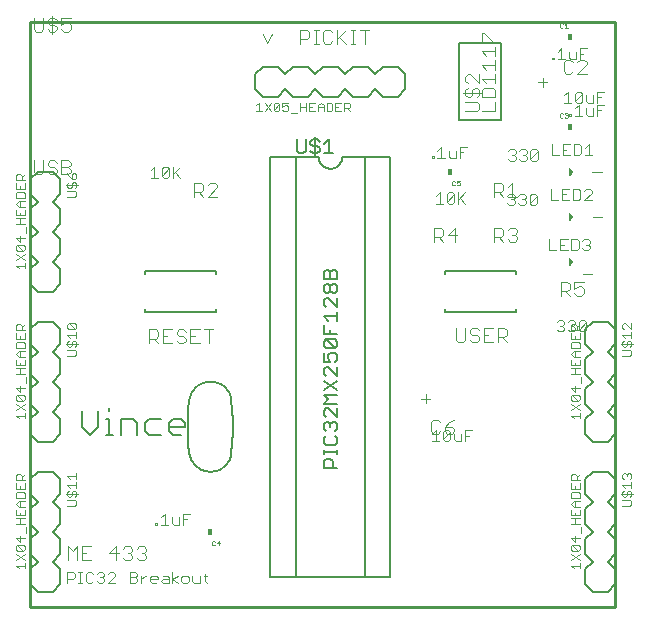
<source format=gto>
G75*
G70*
%OFA0B0*%
%FSLAX24Y24*%
%IPPOS*%
%LPD*%
%AMOC8*
5,1,8,0,0,1.08239X$1,22.5*
%
%ADD10C,0.0070*%
%ADD11C,0.0040*%
%ADD12C,0.0030*%
%ADD13C,0.0100*%
%ADD14C,0.0060*%
%ADD15C,0.0050*%
%ADD16C,0.0080*%
%ADD17R,0.0157X0.0236*%
%ADD18C,0.0010*%
D10*
X004655Y008397D02*
X004918Y008660D01*
X004918Y009187D01*
X005183Y008924D02*
X005315Y008924D01*
X005315Y008397D01*
X005183Y008397D02*
X005447Y008397D01*
X005711Y008397D02*
X005711Y008924D01*
X006106Y008924D01*
X006238Y008792D01*
X006238Y008397D01*
X006503Y008528D02*
X006503Y008792D01*
X006635Y008924D01*
X007030Y008924D01*
X007295Y008792D02*
X007426Y008924D01*
X007690Y008924D01*
X007822Y008792D01*
X007822Y008660D01*
X007295Y008660D01*
X007295Y008528D02*
X007295Y008792D01*
X007295Y008528D02*
X007426Y008397D01*
X007690Y008397D01*
X007030Y008397D02*
X006635Y008397D01*
X006503Y008528D01*
X005315Y009187D02*
X005315Y009319D01*
X004391Y009187D02*
X004391Y008660D01*
X004655Y008397D01*
D11*
X006630Y011464D02*
X006630Y011925D01*
X006860Y011925D01*
X006936Y011848D01*
X006936Y011695D01*
X006860Y011618D01*
X006630Y011618D01*
X006783Y011618D02*
X006936Y011464D01*
X007090Y011464D02*
X007090Y011925D01*
X007397Y011925D01*
X007550Y011848D02*
X007550Y011771D01*
X007627Y011695D01*
X007780Y011695D01*
X007857Y011618D01*
X007857Y011541D01*
X007780Y011464D01*
X007627Y011464D01*
X007550Y011541D01*
X007397Y011464D02*
X007090Y011464D01*
X007090Y011695D02*
X007243Y011695D01*
X007550Y011848D02*
X007627Y011925D01*
X007780Y011925D01*
X007857Y011848D01*
X008011Y011925D02*
X008011Y011464D01*
X008318Y011464D01*
X008164Y011695D02*
X008011Y011695D01*
X008011Y011925D02*
X008318Y011925D01*
X008471Y011925D02*
X008778Y011925D01*
X008624Y011925D02*
X008624Y011464D01*
X008591Y016351D02*
X008897Y016658D01*
X008897Y016735D01*
X008821Y016811D01*
X008667Y016811D01*
X008591Y016735D01*
X008437Y016735D02*
X008437Y016581D01*
X008360Y016504D01*
X008130Y016504D01*
X008130Y016351D02*
X008130Y016811D01*
X008360Y016811D01*
X008437Y016735D01*
X008284Y016504D02*
X008437Y016351D01*
X008591Y016351D02*
X008897Y016351D01*
X004019Y017173D02*
X003942Y017097D01*
X003712Y017097D01*
X003712Y017557D01*
X003942Y017557D01*
X004019Y017480D01*
X004019Y017404D01*
X003942Y017327D01*
X003712Y017327D01*
X003559Y017250D02*
X003559Y017173D01*
X003482Y017097D01*
X003329Y017097D01*
X003252Y017173D01*
X003098Y017173D02*
X003098Y017557D01*
X003252Y017480D02*
X003252Y017404D01*
X003329Y017327D01*
X003482Y017327D01*
X003559Y017250D01*
X003559Y017480D02*
X003482Y017557D01*
X003329Y017557D01*
X003252Y017480D01*
X003098Y017173D02*
X003022Y017097D01*
X002868Y017097D01*
X002791Y017173D01*
X002791Y017557D01*
X003942Y017327D02*
X004019Y017250D01*
X004019Y017173D01*
X003405Y021770D02*
X003405Y022384D01*
X003329Y022307D02*
X003482Y022307D01*
X003559Y022230D01*
X003712Y022307D02*
X003712Y022077D01*
X003866Y022154D01*
X003942Y022154D01*
X004019Y022077D01*
X004019Y021923D01*
X003942Y021847D01*
X003789Y021847D01*
X003712Y021923D01*
X003559Y021923D02*
X003559Y022000D01*
X003482Y022077D01*
X003329Y022077D01*
X003252Y022154D01*
X003252Y022230D01*
X003329Y022307D01*
X003098Y022307D02*
X003098Y021923D01*
X003022Y021847D01*
X002868Y021847D01*
X002791Y021923D01*
X002791Y022307D01*
X003252Y021923D02*
X003329Y021847D01*
X003482Y021847D01*
X003559Y021923D01*
X003712Y022307D02*
X004019Y022307D01*
X010428Y021772D02*
X010581Y021465D01*
X010735Y021772D01*
X011671Y021906D02*
X011671Y021445D01*
X011671Y021599D02*
X011901Y021599D01*
X011978Y021676D01*
X011978Y021829D01*
X011901Y021906D01*
X011671Y021906D01*
X012131Y021906D02*
X012285Y021906D01*
X012208Y021906D02*
X012208Y021445D01*
X012131Y021445D02*
X012285Y021445D01*
X012438Y021522D02*
X012515Y021445D01*
X012668Y021445D01*
X012745Y021522D01*
X012899Y021445D02*
X012899Y021906D01*
X012745Y021829D02*
X012668Y021906D01*
X012515Y021906D01*
X012438Y021829D01*
X012438Y021522D01*
X012899Y021599D02*
X013206Y021906D01*
X013359Y021906D02*
X013512Y021906D01*
X013436Y021906D02*
X013436Y021445D01*
X013512Y021445D02*
X013359Y021445D01*
X013206Y021445D02*
X012975Y021676D01*
X013666Y021906D02*
X013973Y021906D01*
X013819Y021906D02*
X013819Y021445D01*
X017104Y019815D02*
X017718Y019815D01*
X017721Y019891D02*
X017721Y019661D01*
X018181Y019661D01*
X018181Y019891D01*
X018104Y019968D01*
X017797Y019968D01*
X017721Y019891D01*
X017641Y019891D02*
X017641Y019738D01*
X017564Y019661D01*
X017564Y019508D02*
X017181Y019508D01*
X017257Y019661D02*
X017181Y019738D01*
X017181Y019891D01*
X017257Y019968D01*
X017257Y020122D02*
X017181Y020198D01*
X017181Y020352D01*
X017257Y020429D01*
X017334Y020429D01*
X017641Y020122D01*
X017641Y020429D01*
X017721Y020275D02*
X018181Y020275D01*
X018181Y020122D02*
X018181Y020429D01*
X018181Y020582D02*
X018181Y020889D01*
X018181Y021042D02*
X018181Y021349D01*
X018181Y021196D02*
X017721Y021196D01*
X017874Y021042D01*
X017721Y020735D02*
X018181Y020735D01*
X017874Y020582D02*
X017721Y020735D01*
X017721Y020275D02*
X017874Y020122D01*
X017641Y019891D02*
X017564Y019968D01*
X017488Y019968D01*
X017411Y019891D01*
X017411Y019738D01*
X017334Y019661D01*
X017257Y019661D01*
X017564Y019508D02*
X017641Y019431D01*
X017641Y019278D01*
X017564Y019201D01*
X017181Y019201D01*
X017721Y019201D02*
X018181Y019201D01*
X018181Y019508D01*
X019596Y020164D02*
X019903Y020164D01*
X019750Y020317D02*
X019750Y020011D01*
X020451Y020528D02*
X020528Y020451D01*
X020681Y020451D01*
X020758Y020528D01*
X020911Y020451D02*
X021218Y020758D01*
X021218Y020835D01*
X021141Y020911D01*
X020988Y020911D01*
X020911Y020835D01*
X020758Y020835D02*
X020681Y020911D01*
X020528Y020911D01*
X020451Y020835D01*
X020451Y020528D01*
X020911Y020451D02*
X021218Y020451D01*
X018181Y021503D02*
X018104Y021503D01*
X017797Y021810D01*
X017721Y021810D01*
X017721Y021503D01*
X021413Y017183D02*
X021720Y017183D01*
X021727Y015671D02*
X021420Y015671D01*
X021404Y013778D02*
X021097Y013778D01*
X021118Y013511D02*
X020811Y013511D01*
X020811Y013281D01*
X020965Y013358D01*
X021041Y013358D01*
X021118Y013281D01*
X021118Y013128D01*
X021041Y013051D01*
X020888Y013051D01*
X020811Y013128D01*
X020658Y013051D02*
X020504Y013204D01*
X020581Y013204D02*
X020351Y013204D01*
X020351Y013051D02*
X020351Y013511D01*
X020581Y013511D01*
X020658Y013435D01*
X020658Y013281D01*
X020581Y013204D01*
X018897Y014928D02*
X018821Y014851D01*
X018667Y014851D01*
X018591Y014928D01*
X018437Y014851D02*
X018284Y015004D01*
X018360Y015004D02*
X018130Y015004D01*
X018130Y014851D02*
X018130Y015311D01*
X018360Y015311D01*
X018437Y015235D01*
X018437Y015081D01*
X018360Y015004D01*
X018591Y015235D02*
X018667Y015311D01*
X018821Y015311D01*
X018897Y015235D01*
X018897Y015158D01*
X018821Y015081D01*
X018897Y015004D01*
X018897Y014928D01*
X018821Y015081D02*
X018744Y015081D01*
X018744Y016351D02*
X018744Y016811D01*
X018591Y016658D01*
X018437Y016735D02*
X018437Y016581D01*
X018360Y016504D01*
X018130Y016504D01*
X018130Y016351D02*
X018130Y016811D01*
X018360Y016811D01*
X018437Y016735D01*
X018284Y016504D02*
X018437Y016351D01*
X018591Y016351D02*
X018897Y016351D01*
X016821Y015311D02*
X016821Y014851D01*
X016897Y015081D02*
X016591Y015081D01*
X016821Y015311D01*
X016437Y015235D02*
X016437Y015081D01*
X016360Y015004D01*
X016130Y015004D01*
X016130Y014851D02*
X016130Y015311D01*
X016360Y015311D01*
X016437Y015235D01*
X016284Y015004D02*
X016437Y014851D01*
X016870Y011968D02*
X016870Y011584D01*
X016947Y011508D01*
X017100Y011508D01*
X017177Y011584D01*
X017177Y011968D01*
X017330Y011891D02*
X017330Y011814D01*
X017407Y011738D01*
X017560Y011738D01*
X017637Y011661D01*
X017637Y011584D01*
X017560Y011508D01*
X017407Y011508D01*
X017330Y011584D01*
X017330Y011891D02*
X017407Y011968D01*
X017560Y011968D01*
X017637Y011891D01*
X017791Y011968D02*
X017791Y011508D01*
X018097Y011508D01*
X018251Y011508D02*
X018251Y011968D01*
X018481Y011968D01*
X018558Y011891D01*
X018558Y011738D01*
X018481Y011661D01*
X018251Y011661D01*
X018404Y011661D02*
X018558Y011508D01*
X018097Y011968D02*
X017791Y011968D01*
X017791Y011738D02*
X017944Y011738D01*
X015862Y009772D02*
X015862Y009465D01*
X015709Y009619D02*
X016016Y009619D01*
X016107Y008911D02*
X016030Y008835D01*
X016030Y008528D01*
X016107Y008451D01*
X016260Y008451D01*
X016337Y008528D01*
X016491Y008528D02*
X016491Y008681D01*
X016721Y008681D01*
X016797Y008604D01*
X016797Y008528D01*
X016721Y008451D01*
X016567Y008451D01*
X016491Y008528D01*
X016491Y008681D02*
X016644Y008835D01*
X016797Y008911D01*
X016337Y008835D02*
X016260Y008911D01*
X016107Y008911D01*
X006540Y004613D02*
X006540Y004536D01*
X006463Y004459D01*
X006540Y004383D01*
X006540Y004306D01*
X006463Y004229D01*
X006309Y004229D01*
X006233Y004306D01*
X006079Y004306D02*
X006003Y004229D01*
X005849Y004229D01*
X005772Y004306D01*
X005619Y004459D02*
X005312Y004459D01*
X005542Y004690D01*
X005542Y004229D01*
X005926Y004459D02*
X006003Y004459D01*
X006079Y004383D01*
X006079Y004306D01*
X006003Y004459D02*
X006079Y004536D01*
X006079Y004613D01*
X006003Y004690D01*
X005849Y004690D01*
X005772Y004613D01*
X006233Y004613D02*
X006309Y004690D01*
X006463Y004690D01*
X006540Y004613D01*
X006463Y004459D02*
X006386Y004459D01*
X004698Y004229D02*
X004391Y004229D01*
X004391Y004690D01*
X004698Y004690D01*
X004545Y004459D02*
X004391Y004459D01*
X004238Y004229D02*
X004238Y004690D01*
X004084Y004536D01*
X003931Y004690D01*
X003931Y004229D01*
D12*
X003908Y003839D02*
X004094Y003839D01*
X004155Y003777D01*
X004155Y003654D01*
X004094Y003592D01*
X003908Y003592D01*
X003908Y003469D02*
X003908Y003839D01*
X004277Y003839D02*
X004400Y003839D01*
X004338Y003839D02*
X004338Y003469D01*
X004277Y003469D02*
X004400Y003469D01*
X004522Y003531D02*
X004522Y003777D01*
X004584Y003839D01*
X004707Y003839D01*
X004769Y003777D01*
X004890Y003777D02*
X004952Y003839D01*
X005076Y003839D01*
X005137Y003777D01*
X005137Y003716D01*
X005076Y003654D01*
X005137Y003592D01*
X005137Y003531D01*
X005076Y003469D01*
X004952Y003469D01*
X004890Y003531D01*
X004769Y003531D02*
X004707Y003469D01*
X004584Y003469D01*
X004522Y003531D01*
X005014Y003654D02*
X005076Y003654D01*
X005259Y003777D02*
X005320Y003839D01*
X005444Y003839D01*
X005506Y003777D01*
X005506Y003716D01*
X005259Y003469D01*
X005506Y003469D01*
X005995Y003469D02*
X005995Y003839D01*
X006181Y003839D01*
X006242Y003777D01*
X006242Y003716D01*
X006181Y003654D01*
X005995Y003654D01*
X005995Y003469D02*
X006181Y003469D01*
X006242Y003531D01*
X006242Y003592D01*
X006181Y003654D01*
X006364Y003716D02*
X006364Y003469D01*
X006364Y003592D02*
X006487Y003716D01*
X006549Y003716D01*
X006671Y003654D02*
X006732Y003716D01*
X006856Y003716D01*
X006917Y003654D01*
X006917Y003592D01*
X006671Y003592D01*
X006671Y003531D02*
X006671Y003654D01*
X006671Y003531D02*
X006732Y003469D01*
X006856Y003469D01*
X007039Y003531D02*
X007101Y003592D01*
X007286Y003592D01*
X007286Y003654D02*
X007286Y003469D01*
X007101Y003469D01*
X007039Y003531D01*
X007101Y003716D02*
X007224Y003716D01*
X007286Y003654D01*
X007407Y003592D02*
X007592Y003716D01*
X007714Y003654D02*
X007714Y003531D01*
X007776Y003469D01*
X007899Y003469D01*
X007961Y003531D01*
X007961Y003654D01*
X007899Y003716D01*
X007776Y003716D01*
X007714Y003654D01*
X007592Y003469D02*
X007407Y003592D01*
X007407Y003469D02*
X007407Y003839D01*
X008082Y003716D02*
X008082Y003531D01*
X008144Y003469D01*
X008329Y003469D01*
X008329Y003716D01*
X008451Y003716D02*
X008574Y003716D01*
X008512Y003777D02*
X008512Y003531D01*
X008574Y003469D01*
X007765Y005409D02*
X007765Y005779D01*
X008012Y005779D01*
X007888Y005594D02*
X007765Y005594D01*
X007644Y005655D02*
X007644Y005409D01*
X007458Y005409D01*
X007397Y005470D01*
X007397Y005655D01*
X007152Y005779D02*
X007152Y005409D01*
X007275Y005409D02*
X007028Y005409D01*
X006906Y005409D02*
X006844Y005409D01*
X006844Y005470D01*
X006906Y005470D01*
X006906Y005409D01*
X007028Y005655D02*
X007152Y005779D01*
X004254Y006439D02*
X003867Y006439D01*
X003916Y006487D02*
X003916Y006390D01*
X003964Y006342D01*
X004012Y006342D01*
X004061Y006390D01*
X004061Y006487D01*
X004109Y006535D01*
X004158Y006535D01*
X004206Y006487D01*
X004206Y006390D01*
X004158Y006342D01*
X004158Y006241D02*
X003916Y006241D01*
X003916Y006047D02*
X004158Y006047D01*
X004206Y006096D01*
X004206Y006192D01*
X004158Y006241D01*
X003916Y006487D02*
X003964Y006535D01*
X004012Y006637D02*
X003916Y006733D01*
X004206Y006733D01*
X004206Y006637D02*
X004206Y006830D01*
X004206Y006931D02*
X004206Y007125D01*
X004206Y007028D02*
X003916Y007028D01*
X004012Y006931D01*
X002486Y006901D02*
X002196Y006901D01*
X002196Y007046D01*
X002244Y007095D01*
X002341Y007095D01*
X002389Y007046D01*
X002389Y006901D01*
X002389Y006998D02*
X002486Y007095D01*
X002486Y006800D02*
X002486Y006607D01*
X002196Y006607D01*
X002196Y006800D01*
X002341Y006703D02*
X002341Y006607D01*
X002438Y006505D02*
X002244Y006505D01*
X002196Y006457D01*
X002196Y006312D01*
X002486Y006312D01*
X002486Y006457D01*
X002438Y006505D01*
X002486Y006211D02*
X002292Y006211D01*
X002196Y006114D01*
X002292Y006017D01*
X002486Y006017D01*
X002486Y005916D02*
X002486Y005723D01*
X002196Y005723D01*
X002196Y005916D01*
X002341Y005819D02*
X002341Y005723D01*
X002341Y005621D02*
X002341Y005428D01*
X002486Y005428D02*
X002196Y005428D01*
X002196Y005621D02*
X002486Y005621D01*
X002534Y005327D02*
X002534Y005133D01*
X002486Y004984D02*
X002196Y004984D01*
X002341Y004839D01*
X002341Y005032D01*
X002438Y004738D02*
X002486Y004689D01*
X002486Y004592D01*
X002438Y004544D01*
X002244Y004738D01*
X002438Y004738D01*
X002244Y004738D02*
X002196Y004689D01*
X002196Y004592D01*
X002244Y004544D01*
X002438Y004544D01*
X002486Y004443D02*
X002196Y004249D01*
X002196Y004443D02*
X002486Y004249D01*
X002486Y004148D02*
X002486Y003955D01*
X002486Y004052D02*
X002196Y004052D01*
X002292Y003955D01*
X002341Y006017D02*
X002341Y006211D01*
X002292Y008955D02*
X002196Y009052D01*
X002486Y009052D01*
X002486Y009148D02*
X002486Y008955D01*
X002486Y009249D02*
X002196Y009443D01*
X002244Y009544D02*
X002196Y009592D01*
X002196Y009689D01*
X002244Y009738D01*
X002438Y009544D01*
X002486Y009592D01*
X002486Y009689D01*
X002438Y009738D01*
X002244Y009738D01*
X002341Y009839D02*
X002196Y009984D01*
X002486Y009984D01*
X002341Y010032D02*
X002341Y009839D01*
X002534Y010133D02*
X002534Y010327D01*
X002486Y010428D02*
X002196Y010428D01*
X002341Y010428D02*
X002341Y010621D01*
X002341Y010723D02*
X002341Y010819D01*
X002486Y010723D02*
X002486Y010916D01*
X002486Y011017D02*
X002292Y011017D01*
X002196Y011114D01*
X002292Y011211D01*
X002486Y011211D01*
X002486Y011312D02*
X002196Y011312D01*
X002196Y011457D01*
X002244Y011505D01*
X002438Y011505D01*
X002486Y011457D01*
X002486Y011312D01*
X002341Y011211D02*
X002341Y011017D01*
X002196Y010916D02*
X002196Y010723D01*
X002486Y010723D01*
X002486Y010621D02*
X002196Y010621D01*
X002196Y011607D02*
X002486Y011607D01*
X002486Y011800D01*
X002486Y011901D02*
X002196Y011901D01*
X002196Y012046D01*
X002244Y012095D01*
X002341Y012095D01*
X002389Y012046D01*
X002389Y011901D01*
X002389Y011998D02*
X002486Y012095D01*
X002196Y011800D02*
X002196Y011607D01*
X002341Y011607D02*
X002341Y011703D01*
X003867Y011439D02*
X004254Y011439D01*
X004206Y011487D02*
X004158Y011535D01*
X004109Y011535D01*
X004061Y011487D01*
X004061Y011390D01*
X004012Y011342D01*
X003964Y011342D01*
X003916Y011390D01*
X003916Y011487D01*
X003964Y011535D01*
X004012Y011637D02*
X003916Y011733D01*
X004206Y011733D01*
X004206Y011637D02*
X004206Y011830D01*
X004158Y011931D02*
X003964Y012125D01*
X004158Y012125D01*
X004206Y012076D01*
X004206Y011980D01*
X004158Y011931D01*
X003964Y011931D01*
X003916Y011980D01*
X003916Y012076D01*
X003964Y012125D01*
X004206Y011487D02*
X004206Y011390D01*
X004158Y011342D01*
X004158Y011241D02*
X003916Y011241D01*
X003916Y011047D02*
X004158Y011047D01*
X004206Y011096D01*
X004206Y011192D01*
X004158Y011241D01*
X002438Y009544D02*
X002244Y009544D01*
X002486Y009443D02*
X002196Y009249D01*
X002292Y013955D02*
X002196Y014052D01*
X002486Y014052D01*
X002486Y014148D02*
X002486Y013955D01*
X002486Y014249D02*
X002196Y014443D01*
X002244Y014544D02*
X002196Y014592D01*
X002196Y014689D01*
X002244Y014738D01*
X002438Y014544D01*
X002486Y014592D01*
X002486Y014689D01*
X002438Y014738D01*
X002244Y014738D01*
X002341Y014839D02*
X002196Y014984D01*
X002486Y014984D01*
X002341Y015032D02*
X002341Y014839D01*
X002534Y015133D02*
X002534Y015327D01*
X002486Y015428D02*
X002196Y015428D01*
X002341Y015428D02*
X002341Y015621D01*
X002341Y015723D02*
X002341Y015819D01*
X002486Y015723D02*
X002486Y015916D01*
X002486Y016017D02*
X002292Y016017D01*
X002196Y016114D01*
X002292Y016211D01*
X002486Y016211D01*
X002486Y016312D02*
X002196Y016312D01*
X002196Y016457D01*
X002244Y016505D01*
X002438Y016505D01*
X002486Y016457D01*
X002486Y016312D01*
X002341Y016211D02*
X002341Y016017D01*
X002196Y015916D02*
X002196Y015723D01*
X002486Y015723D01*
X002486Y015621D02*
X002196Y015621D01*
X002196Y016607D02*
X002486Y016607D01*
X002486Y016800D01*
X002486Y016901D02*
X002196Y016901D01*
X002196Y017046D01*
X002244Y017095D01*
X002341Y017095D01*
X002389Y017046D01*
X002389Y016901D01*
X002389Y016998D02*
X002486Y017095D01*
X002196Y016800D02*
X002196Y016607D01*
X002341Y016607D02*
X002341Y016703D01*
X003867Y016733D02*
X004254Y016733D01*
X004206Y016685D02*
X004206Y016782D01*
X004158Y016830D01*
X004109Y016830D01*
X004061Y016782D01*
X004061Y016685D01*
X004012Y016637D01*
X003964Y016637D01*
X003916Y016685D01*
X003916Y016782D01*
X003964Y016830D01*
X004061Y016931D02*
X003964Y017028D01*
X003916Y017125D01*
X004061Y017076D02*
X004061Y016931D01*
X004158Y016931D01*
X004206Y016980D01*
X004206Y017076D01*
X004158Y017125D01*
X004109Y017125D01*
X004061Y017076D01*
X004206Y016685D02*
X004158Y016637D01*
X004158Y016535D02*
X003916Y016535D01*
X003916Y016342D02*
X004158Y016342D01*
X004206Y016390D01*
X004206Y016487D01*
X004158Y016535D01*
X002438Y014544D02*
X002244Y014544D01*
X002486Y014443D02*
X002196Y014249D01*
X006690Y016979D02*
X006937Y016979D01*
X006813Y016979D02*
X006813Y017349D01*
X006690Y017226D01*
X007058Y017287D02*
X007058Y017041D01*
X007305Y017287D01*
X007305Y017041D01*
X007243Y016979D01*
X007120Y016979D01*
X007058Y017041D01*
X007058Y017287D02*
X007120Y017349D01*
X007243Y017349D01*
X007305Y017287D01*
X007426Y017349D02*
X007426Y016979D01*
X007426Y017102D02*
X007673Y017349D01*
X007488Y017164D02*
X007673Y016979D01*
X010196Y019196D02*
X010389Y019196D01*
X010293Y019196D02*
X010293Y019486D01*
X010196Y019389D01*
X010491Y019486D02*
X010684Y019196D01*
X010785Y019244D02*
X010785Y019438D01*
X010834Y019486D01*
X010930Y019486D01*
X010979Y019438D01*
X010785Y019244D01*
X010834Y019196D01*
X010930Y019196D01*
X010979Y019244D01*
X010979Y019438D01*
X011080Y019486D02*
X011080Y019341D01*
X011177Y019389D01*
X011225Y019389D01*
X011273Y019341D01*
X011273Y019244D01*
X011225Y019196D01*
X011128Y019196D01*
X011080Y019244D01*
X011080Y019486D02*
X011273Y019486D01*
X011375Y019148D02*
X011568Y019148D01*
X011669Y019196D02*
X011669Y019486D01*
X011669Y019341D02*
X011863Y019341D01*
X011964Y019341D02*
X012061Y019341D01*
X012157Y019196D02*
X011964Y019196D01*
X011964Y019486D01*
X012157Y019486D01*
X012258Y019389D02*
X012258Y019196D01*
X012258Y019341D02*
X012452Y019341D01*
X012452Y019389D02*
X012452Y019196D01*
X012553Y019196D02*
X012698Y019196D01*
X012747Y019244D01*
X012747Y019438D01*
X012698Y019486D01*
X012553Y019486D01*
X012553Y019196D01*
X012452Y019389D02*
X012355Y019486D01*
X012258Y019389D01*
X011863Y019486D02*
X011863Y019196D01*
X012848Y019196D02*
X013041Y019196D01*
X013142Y019196D02*
X013142Y019486D01*
X013288Y019486D01*
X013336Y019438D01*
X013336Y019341D01*
X013288Y019293D01*
X013142Y019293D01*
X013239Y019293D02*
X013336Y019196D01*
X013041Y019486D02*
X012848Y019486D01*
X012848Y019196D01*
X012848Y019341D02*
X012944Y019341D01*
X010684Y019486D02*
X010491Y019196D01*
X016065Y017696D02*
X016065Y017634D01*
X016127Y017634D01*
X016127Y017696D01*
X016065Y017696D01*
X016249Y017634D02*
X016496Y017634D01*
X016373Y017634D02*
X016373Y018005D01*
X016249Y017881D01*
X016618Y017881D02*
X016618Y017696D01*
X016679Y017634D01*
X016865Y017634D01*
X016865Y017881D01*
X016986Y017820D02*
X017109Y017820D01*
X016986Y017634D02*
X016986Y018005D01*
X017233Y018005D01*
X018604Y017862D02*
X018665Y017924D01*
X018789Y017924D01*
X018850Y017862D01*
X018850Y017800D01*
X018789Y017738D01*
X018850Y017677D01*
X018850Y017615D01*
X018789Y017553D01*
X018665Y017553D01*
X018604Y017615D01*
X018727Y017738D02*
X018789Y017738D01*
X018972Y017615D02*
X019034Y017553D01*
X019157Y017553D01*
X019219Y017615D01*
X019219Y017677D01*
X019157Y017738D01*
X019095Y017738D01*
X019157Y017738D02*
X019219Y017800D01*
X019219Y017862D01*
X019157Y017924D01*
X019034Y017924D01*
X018972Y017862D01*
X019340Y017862D02*
X019340Y017615D01*
X019587Y017862D01*
X019587Y017615D01*
X019525Y017553D01*
X019402Y017553D01*
X019340Y017615D01*
X019340Y017862D02*
X019402Y017924D01*
X019525Y017924D01*
X019587Y017862D01*
X020055Y017734D02*
X020302Y017734D01*
X020423Y017734D02*
X020423Y018104D01*
X020670Y018104D01*
X020791Y018104D02*
X020977Y018104D01*
X021038Y018042D01*
X021038Y017796D01*
X020977Y017734D01*
X020791Y017734D01*
X020791Y018104D01*
X020547Y017919D02*
X020423Y017919D01*
X020423Y017734D02*
X020670Y017734D01*
X021160Y017734D02*
X021407Y017734D01*
X021283Y017734D02*
X021283Y018104D01*
X021160Y017981D01*
X021077Y019046D02*
X020830Y019046D01*
X020708Y019046D02*
X020646Y019046D01*
X020646Y019107D01*
X020708Y019107D01*
X020708Y019046D01*
X020954Y019046D02*
X020954Y019416D01*
X020830Y019293D01*
X020894Y019475D02*
X020832Y019537D01*
X021079Y019783D01*
X021079Y019537D01*
X021018Y019475D01*
X020894Y019475D01*
X020832Y019537D02*
X020832Y019783D01*
X020894Y019845D01*
X021018Y019845D01*
X021079Y019783D01*
X021201Y019722D02*
X021201Y019537D01*
X021262Y019475D01*
X021448Y019475D01*
X021448Y019722D01*
X021569Y019660D02*
X021692Y019660D01*
X021569Y019475D02*
X021569Y019845D01*
X021816Y019845D01*
X021814Y019416D02*
X021567Y019416D01*
X021567Y019046D01*
X021446Y019046D02*
X021446Y019293D01*
X021567Y019231D02*
X021690Y019231D01*
X021446Y019046D02*
X021260Y019046D01*
X021199Y019107D01*
X021199Y019293D01*
X020711Y019475D02*
X020464Y019475D01*
X020588Y019475D02*
X020588Y019845D01*
X020464Y019722D01*
X020500Y020923D02*
X020253Y020923D01*
X020131Y020923D02*
X020069Y020923D01*
X020069Y020984D01*
X020131Y020984D01*
X020131Y020923D01*
X020376Y020923D02*
X020376Y021293D01*
X020253Y021170D01*
X020621Y021170D02*
X020621Y020984D01*
X020683Y020923D01*
X020868Y020923D01*
X020868Y021170D01*
X020990Y021108D02*
X021113Y021108D01*
X020990Y020923D02*
X020990Y021293D01*
X021236Y021293D01*
X020055Y018104D02*
X020055Y017734D01*
X020033Y016605D02*
X020033Y016234D01*
X020280Y016234D01*
X020401Y016234D02*
X020401Y016605D01*
X020648Y016605D01*
X020769Y016605D02*
X020955Y016605D01*
X021016Y016543D01*
X021016Y016296D01*
X020955Y016234D01*
X020769Y016234D01*
X020769Y016605D01*
X020524Y016420D02*
X020401Y016420D01*
X020401Y016234D02*
X020648Y016234D01*
X021138Y016234D02*
X021385Y016481D01*
X021385Y016543D01*
X021323Y016605D01*
X021199Y016605D01*
X021138Y016543D01*
X021138Y016234D02*
X021385Y016234D01*
X021258Y014935D02*
X021320Y014873D01*
X021320Y014811D01*
X021258Y014750D01*
X021320Y014688D01*
X021320Y014626D01*
X021258Y014564D01*
X021134Y014564D01*
X021073Y014626D01*
X020951Y014626D02*
X020951Y014873D01*
X020890Y014935D01*
X020704Y014935D01*
X020704Y014564D01*
X020890Y014564D01*
X020951Y014626D01*
X021196Y014750D02*
X021258Y014750D01*
X021258Y014935D02*
X021134Y014935D01*
X021073Y014873D01*
X020583Y014935D02*
X020336Y014935D01*
X020336Y014564D01*
X020583Y014564D01*
X020459Y014750D02*
X020336Y014750D01*
X020215Y014564D02*
X019968Y014564D01*
X019968Y014935D01*
X019502Y016072D02*
X019378Y016072D01*
X019317Y016134D01*
X019564Y016381D01*
X019564Y016134D01*
X019502Y016072D01*
X019317Y016134D02*
X019317Y016381D01*
X019378Y016443D01*
X019502Y016443D01*
X019564Y016381D01*
X019195Y016381D02*
X019195Y016319D01*
X019134Y016257D01*
X019195Y016196D01*
X019195Y016134D01*
X019134Y016072D01*
X019010Y016072D01*
X018948Y016134D01*
X018827Y016134D02*
X018765Y016072D01*
X018642Y016072D01*
X018580Y016134D01*
X018704Y016257D02*
X018765Y016257D01*
X018827Y016196D01*
X018827Y016134D01*
X018765Y016257D02*
X018827Y016319D01*
X018827Y016381D01*
X018765Y016443D01*
X018642Y016443D01*
X018580Y016381D01*
X018948Y016381D02*
X019010Y016443D01*
X019134Y016443D01*
X019195Y016381D01*
X019134Y016257D02*
X019072Y016257D01*
X017179Y016118D02*
X016994Y016303D01*
X016933Y016242D02*
X017179Y016488D01*
X016933Y016488D02*
X016933Y016118D01*
X016811Y016180D02*
X016811Y016427D01*
X016564Y016180D01*
X016626Y016118D01*
X016749Y016118D01*
X016811Y016180D01*
X016564Y016180D02*
X016564Y016427D01*
X016626Y016488D01*
X016749Y016488D01*
X016811Y016427D01*
X016443Y016118D02*
X016196Y016118D01*
X016319Y016118D02*
X016319Y016488D01*
X016196Y016365D01*
X020285Y012227D02*
X020409Y012227D01*
X020470Y012166D01*
X020470Y012104D01*
X020409Y012042D01*
X020470Y011980D01*
X020470Y011919D01*
X020409Y011857D01*
X020285Y011857D01*
X020224Y011919D01*
X020347Y012042D02*
X020409Y012042D01*
X020592Y011919D02*
X020654Y011857D01*
X020777Y011857D01*
X020839Y011919D01*
X020839Y011980D01*
X020777Y012042D01*
X020715Y012042D01*
X020696Y012046D02*
X020744Y012095D01*
X020841Y012095D01*
X020889Y012046D01*
X020889Y011901D01*
X020960Y011919D02*
X021207Y012166D01*
X021207Y011919D01*
X021145Y011857D01*
X021022Y011857D01*
X020960Y011919D01*
X020960Y012166D01*
X021022Y012227D01*
X021145Y012227D01*
X021207Y012166D01*
X020986Y012095D02*
X020889Y011998D01*
X020839Y012104D02*
X020777Y012042D01*
X020696Y012046D02*
X020696Y011901D01*
X020986Y011901D01*
X020986Y011800D02*
X020986Y011607D01*
X020696Y011607D01*
X020696Y011800D01*
X020841Y011703D02*
X020841Y011607D01*
X020938Y011505D02*
X020744Y011505D01*
X020696Y011457D01*
X020696Y011312D01*
X020986Y011312D01*
X020986Y011457D01*
X020938Y011505D01*
X020986Y011211D02*
X020792Y011211D01*
X020696Y011114D01*
X020792Y011017D01*
X020986Y011017D01*
X020986Y010916D02*
X020986Y010723D01*
X020696Y010723D01*
X020696Y010916D01*
X020841Y010819D02*
X020841Y010723D01*
X020841Y010621D02*
X020841Y010428D01*
X020986Y010428D02*
X020696Y010428D01*
X020696Y010621D02*
X020986Y010621D01*
X021034Y010327D02*
X021034Y010133D01*
X020986Y009984D02*
X020696Y009984D01*
X020841Y009839D01*
X020841Y010032D01*
X020744Y009738D02*
X020938Y009738D01*
X020986Y009689D01*
X020986Y009592D01*
X020938Y009544D01*
X020744Y009738D01*
X020696Y009689D01*
X020696Y009592D01*
X020744Y009544D01*
X020938Y009544D01*
X020986Y009443D02*
X020696Y009249D01*
X020696Y009443D02*
X020986Y009249D01*
X020986Y009148D02*
X020986Y008955D01*
X020986Y009052D02*
X020696Y009052D01*
X020792Y008955D01*
X020744Y007095D02*
X020841Y007095D01*
X020889Y007046D01*
X020889Y006901D01*
X020986Y006901D02*
X020696Y006901D01*
X020696Y007046D01*
X020744Y007095D01*
X020889Y006998D02*
X020986Y007095D01*
X020986Y006800D02*
X020986Y006607D01*
X020696Y006607D01*
X020696Y006800D01*
X020841Y006703D02*
X020841Y006607D01*
X020938Y006505D02*
X020744Y006505D01*
X020696Y006457D01*
X020696Y006312D01*
X020986Y006312D01*
X020986Y006457D01*
X020938Y006505D01*
X020986Y006211D02*
X020792Y006211D01*
X020696Y006114D01*
X020792Y006017D01*
X020986Y006017D01*
X020986Y005916D02*
X020986Y005723D01*
X020696Y005723D01*
X020696Y005916D01*
X020841Y005819D02*
X020841Y005723D01*
X020841Y005621D02*
X020841Y005428D01*
X020986Y005428D02*
X020696Y005428D01*
X020696Y005621D02*
X020986Y005621D01*
X021034Y005327D02*
X021034Y005133D01*
X020986Y004984D02*
X020696Y004984D01*
X020841Y004839D01*
X020841Y005032D01*
X020744Y004738D02*
X020938Y004738D01*
X020986Y004689D01*
X020986Y004592D01*
X020938Y004544D01*
X020744Y004738D01*
X020696Y004689D01*
X020696Y004592D01*
X020744Y004544D01*
X020938Y004544D01*
X020986Y004443D02*
X020696Y004249D01*
X020696Y004443D02*
X020986Y004249D01*
X020986Y004148D02*
X020986Y003955D01*
X020986Y004052D02*
X020696Y004052D01*
X020792Y003955D01*
X020841Y006017D02*
X020841Y006211D01*
X022367Y006439D02*
X022754Y006439D01*
X022706Y006487D02*
X022706Y006390D01*
X022658Y006342D01*
X022658Y006241D02*
X022416Y006241D01*
X022464Y006342D02*
X022416Y006390D01*
X022416Y006487D01*
X022464Y006535D01*
X022561Y006487D02*
X022561Y006390D01*
X022512Y006342D01*
X022464Y006342D01*
X022561Y006487D02*
X022609Y006535D01*
X022658Y006535D01*
X022706Y006487D01*
X022706Y006637D02*
X022706Y006830D01*
X022706Y006733D02*
X022416Y006733D01*
X022512Y006637D01*
X022658Y006241D02*
X022706Y006192D01*
X022706Y006096D01*
X022658Y006047D01*
X022416Y006047D01*
X022464Y006931D02*
X022416Y006980D01*
X022416Y007076D01*
X022464Y007125D01*
X022512Y007125D01*
X022561Y007076D01*
X022609Y007125D01*
X022658Y007125D01*
X022706Y007076D01*
X022706Y006980D01*
X022658Y006931D01*
X022561Y007028D02*
X022561Y007076D01*
X022658Y011047D02*
X022416Y011047D01*
X022416Y011241D02*
X022658Y011241D01*
X022706Y011192D01*
X022706Y011096D01*
X022658Y011047D01*
X022658Y011342D02*
X022706Y011390D01*
X022706Y011487D01*
X022658Y011535D01*
X022609Y011535D01*
X022561Y011487D01*
X022561Y011390D01*
X022512Y011342D01*
X022464Y011342D01*
X022416Y011390D01*
X022416Y011487D01*
X022464Y011535D01*
X022512Y011637D02*
X022416Y011733D01*
X022706Y011733D01*
X022706Y011637D02*
X022706Y011830D01*
X022706Y011931D02*
X022512Y012125D01*
X022464Y012125D01*
X022416Y012076D01*
X022416Y011980D01*
X022464Y011931D01*
X022706Y011931D02*
X022706Y012125D01*
X022754Y011439D02*
X022367Y011439D01*
X020841Y011211D02*
X020841Y011017D01*
X020839Y012104D02*
X020839Y012166D01*
X020777Y012227D01*
X020654Y012227D01*
X020592Y012166D01*
X020285Y012227D02*
X020224Y012166D01*
X017412Y008571D02*
X017165Y008571D01*
X017165Y008201D01*
X017043Y008201D02*
X017043Y008448D01*
X017165Y008386D02*
X017288Y008386D01*
X017043Y008201D02*
X016858Y008201D01*
X016797Y008263D01*
X016797Y008448D01*
X016675Y008509D02*
X016428Y008263D01*
X016490Y008201D01*
X016613Y008201D01*
X016675Y008263D01*
X016675Y008509D01*
X016613Y008571D01*
X016490Y008571D01*
X016428Y008509D01*
X016428Y008263D01*
X016307Y008201D02*
X016060Y008201D01*
X016183Y008201D02*
X016183Y008571D01*
X016060Y008448D01*
D13*
X022181Y002681D02*
X002681Y002681D01*
X002681Y022181D01*
X022181Y022181D01*
X022181Y002681D01*
D14*
X014681Y003681D02*
X013681Y003681D01*
X011681Y003681D01*
X010681Y003681D01*
X010681Y017681D01*
X011681Y017681D01*
X012281Y017681D01*
X012283Y017642D01*
X012289Y017603D01*
X012298Y017565D01*
X012311Y017528D01*
X012328Y017492D01*
X012348Y017459D01*
X012372Y017427D01*
X012398Y017398D01*
X012427Y017372D01*
X012459Y017348D01*
X012492Y017328D01*
X012528Y017311D01*
X012565Y017298D01*
X012603Y017289D01*
X012642Y017283D01*
X012681Y017281D01*
X012720Y017283D01*
X012759Y017289D01*
X012797Y017298D01*
X012834Y017311D01*
X012870Y017328D01*
X012903Y017348D01*
X012935Y017372D01*
X012964Y017398D01*
X012990Y017427D01*
X013014Y017459D01*
X013034Y017492D01*
X013051Y017528D01*
X013064Y017565D01*
X013073Y017603D01*
X013079Y017642D01*
X013081Y017681D01*
X013681Y017681D01*
X014681Y017681D01*
X014681Y003681D01*
X013831Y003681D02*
X013681Y003681D01*
X013831Y003681D02*
X013831Y017681D01*
X013681Y017681D01*
X011681Y017681D02*
X011531Y017681D01*
X011531Y003681D01*
X011681Y003681D01*
D15*
X012456Y007304D02*
X012456Y007529D01*
X012531Y007604D01*
X012681Y007604D01*
X012756Y007529D01*
X012756Y007304D01*
X012906Y007304D02*
X012456Y007304D01*
X012456Y007764D02*
X012456Y007914D01*
X012456Y007839D02*
X012906Y007839D01*
X012906Y007764D02*
X012906Y007914D01*
X012831Y008071D02*
X012906Y008146D01*
X012906Y008296D01*
X012831Y008371D01*
X012831Y008531D02*
X012906Y008606D01*
X012906Y008756D01*
X012831Y008831D01*
X012756Y008831D01*
X012681Y008756D01*
X012681Y008681D01*
X012681Y008756D02*
X012606Y008831D01*
X012531Y008831D01*
X012456Y008756D01*
X012456Y008606D01*
X012531Y008531D01*
X012531Y008371D02*
X012456Y008296D01*
X012456Y008146D01*
X012531Y008071D01*
X012831Y008071D01*
X012906Y008991D02*
X012606Y009292D01*
X012531Y009292D01*
X012456Y009217D01*
X012456Y009067D01*
X012531Y008991D01*
X012906Y008991D02*
X012906Y009292D01*
X012906Y009452D02*
X012456Y009452D01*
X012606Y009602D01*
X012456Y009752D01*
X012906Y009752D01*
X012906Y009912D02*
X012456Y010212D01*
X012531Y010373D02*
X012456Y010448D01*
X012456Y010598D01*
X012531Y010673D01*
X012606Y010673D01*
X012906Y010373D01*
X012906Y010673D01*
X012831Y010833D02*
X012906Y010908D01*
X012906Y011058D01*
X012831Y011133D01*
X012681Y011133D01*
X012606Y011058D01*
X012606Y010983D01*
X012681Y010833D01*
X012456Y010833D01*
X012456Y011133D01*
X012531Y011293D02*
X012456Y011368D01*
X012456Y011518D01*
X012531Y011594D01*
X012831Y011293D01*
X012906Y011368D01*
X012906Y011518D01*
X012831Y011594D01*
X012531Y011594D01*
X012456Y011754D02*
X012456Y012054D01*
X012606Y012214D02*
X012456Y012364D01*
X012906Y012364D01*
X012906Y012214D02*
X012906Y012514D01*
X012906Y012674D02*
X012606Y012975D01*
X012531Y012975D01*
X012456Y012899D01*
X012456Y012749D01*
X012531Y012674D01*
X012906Y012674D02*
X012906Y012975D01*
X012831Y013135D02*
X012756Y013135D01*
X012681Y013210D01*
X012681Y013360D01*
X012756Y013435D01*
X012831Y013435D01*
X012906Y013360D01*
X012906Y013210D01*
X012831Y013135D01*
X012681Y013210D02*
X012606Y013135D01*
X012531Y013135D01*
X012456Y013210D01*
X012456Y013360D01*
X012531Y013435D01*
X012606Y013435D01*
X012681Y013360D01*
X012681Y013595D02*
X012681Y013820D01*
X012756Y013895D01*
X012831Y013895D01*
X012906Y013820D01*
X012906Y013595D01*
X012456Y013595D01*
X012456Y013820D01*
X012531Y013895D01*
X012606Y013895D01*
X012681Y013820D01*
X012681Y011904D02*
X012681Y011754D01*
X012906Y011754D02*
X012456Y011754D01*
X012531Y011293D02*
X012831Y011293D01*
X012906Y010212D02*
X012456Y009912D01*
X008862Y012492D02*
X008862Y012590D01*
X008862Y012492D02*
X006500Y012492D01*
X006500Y012590D01*
X006500Y013771D02*
X006500Y013870D01*
X008862Y013870D01*
X008862Y013771D01*
X011631Y017806D02*
X011781Y017806D01*
X011856Y017881D01*
X011856Y018256D01*
X012016Y018181D02*
X012016Y018106D01*
X012091Y018031D01*
X012241Y018031D01*
X012317Y017956D01*
X012317Y017881D01*
X012241Y017806D01*
X012091Y017806D01*
X012016Y017881D01*
X012166Y017731D02*
X012166Y018331D01*
X012091Y018256D02*
X012241Y018256D01*
X012317Y018181D01*
X012477Y018106D02*
X012627Y018256D01*
X012627Y017806D01*
X012477Y017806D02*
X012777Y017806D01*
X012091Y018256D02*
X012016Y018181D01*
X011556Y018256D02*
X011556Y017881D01*
X011631Y017806D01*
X016500Y013870D02*
X016500Y013771D01*
X016500Y013870D02*
X018862Y013870D01*
X018862Y013771D01*
X018862Y012590D02*
X018862Y012492D01*
X016500Y012492D01*
X016500Y012590D01*
D16*
X007981Y009581D02*
X007949Y009222D01*
X007933Y008861D01*
X007933Y008501D01*
X007949Y008140D01*
X007981Y007781D01*
X007991Y007729D01*
X008005Y007678D01*
X008023Y007628D01*
X008044Y007580D01*
X008069Y007533D01*
X008097Y007489D01*
X008129Y007446D01*
X008163Y007406D01*
X008201Y007369D01*
X008241Y007335D01*
X008283Y007303D01*
X008328Y007275D01*
X008375Y007251D01*
X008423Y007230D01*
X008473Y007212D01*
X008524Y007199D01*
X008576Y007189D01*
X008628Y007183D01*
X008681Y007181D01*
X008734Y007183D01*
X008786Y007189D01*
X008838Y007199D01*
X008889Y007212D01*
X008939Y007230D01*
X008987Y007251D01*
X009034Y007275D01*
X009079Y007303D01*
X009121Y007335D01*
X009161Y007369D01*
X009199Y007406D01*
X009233Y007446D01*
X009265Y007489D01*
X009293Y007533D01*
X009318Y007580D01*
X009339Y007628D01*
X009357Y007678D01*
X009371Y007729D01*
X009381Y007781D01*
X009381Y009581D02*
X009371Y009633D01*
X009357Y009684D01*
X009339Y009734D01*
X009318Y009782D01*
X009293Y009829D01*
X009265Y009873D01*
X009233Y009916D01*
X009199Y009956D01*
X009161Y009993D01*
X009121Y010027D01*
X009079Y010059D01*
X009034Y010087D01*
X008987Y010111D01*
X008939Y010132D01*
X008889Y010150D01*
X008838Y010163D01*
X008786Y010173D01*
X008734Y010179D01*
X008681Y010181D01*
X008628Y010179D01*
X008576Y010173D01*
X008524Y010163D01*
X008473Y010150D01*
X008423Y010132D01*
X008375Y010111D01*
X008328Y010087D01*
X008283Y010059D01*
X008241Y010027D01*
X008201Y009993D01*
X008163Y009956D01*
X008129Y009916D01*
X008097Y009873D01*
X008069Y009829D01*
X008044Y009782D01*
X008023Y009734D01*
X008005Y009684D01*
X007991Y009633D01*
X007981Y009581D01*
X003681Y009431D02*
X003431Y009181D01*
X003681Y008931D01*
X003681Y008431D01*
X003431Y008181D01*
X002931Y008181D01*
X002681Y008431D01*
X002681Y008931D01*
X002931Y009181D01*
X002681Y009431D01*
X002681Y009931D01*
X002931Y010181D01*
X002681Y010431D01*
X002681Y010931D01*
X002931Y011181D01*
X002681Y011431D01*
X002681Y011931D01*
X002931Y012181D01*
X003431Y012181D01*
X003681Y011931D01*
X003681Y011431D01*
X003431Y011181D01*
X003681Y010931D01*
X003681Y010431D01*
X003431Y010181D01*
X003681Y009931D01*
X003681Y009431D01*
X003431Y007181D02*
X002931Y007181D01*
X002681Y006931D01*
X002681Y006431D01*
X002931Y006181D01*
X002681Y005931D01*
X002681Y005431D01*
X002931Y005181D01*
X002681Y004931D01*
X002681Y004431D01*
X002931Y004181D01*
X002681Y003931D01*
X002681Y003431D01*
X002931Y003181D01*
X003431Y003181D01*
X003681Y003431D01*
X003681Y003931D01*
X003431Y004181D01*
X003681Y004431D01*
X003681Y004931D01*
X003431Y005181D01*
X003681Y005431D01*
X003681Y005931D01*
X003431Y006181D01*
X003681Y006431D01*
X003681Y006931D01*
X003431Y007181D01*
X009381Y007781D02*
X009413Y008140D01*
X009429Y008501D01*
X009429Y008861D01*
X009413Y009222D01*
X009381Y009581D01*
X003681Y013431D02*
X003431Y013181D01*
X002931Y013181D01*
X002681Y013431D01*
X002681Y013931D01*
X002931Y014181D01*
X002681Y014431D01*
X002681Y014931D01*
X002931Y015181D01*
X002681Y015431D01*
X002681Y015931D01*
X002931Y016181D01*
X002681Y016431D01*
X002681Y016931D01*
X002931Y017181D01*
X003431Y017181D01*
X003681Y016931D01*
X003681Y016431D01*
X003431Y016181D01*
X003681Y015931D01*
X003681Y015431D01*
X003431Y015181D01*
X003681Y014931D01*
X003681Y014431D01*
X003431Y014181D01*
X003681Y013931D01*
X003681Y013431D01*
X010181Y019931D02*
X010431Y019681D01*
X010931Y019681D01*
X011181Y019931D01*
X011431Y019681D01*
X011931Y019681D01*
X012181Y019931D01*
X012431Y019681D01*
X012931Y019681D01*
X013181Y019931D01*
X013431Y019681D01*
X013931Y019681D01*
X014181Y019931D01*
X014431Y019681D01*
X014931Y019681D01*
X015181Y019931D01*
X015181Y020431D01*
X014931Y020681D01*
X014431Y020681D01*
X014181Y020431D01*
X013931Y020681D01*
X013431Y020681D01*
X013181Y020431D01*
X012931Y020681D01*
X012431Y020681D01*
X012181Y020431D01*
X011931Y020681D01*
X011431Y020681D01*
X011181Y020431D01*
X010931Y020681D01*
X010431Y020681D01*
X010181Y020431D01*
X010181Y019931D01*
X016981Y018891D02*
X016981Y021471D01*
X018381Y021471D01*
X018381Y018891D01*
X016981Y018891D01*
X021431Y012181D02*
X021181Y011931D01*
X021181Y011431D01*
X021431Y011181D01*
X021181Y010931D01*
X021181Y010431D01*
X021431Y010181D01*
X021181Y009931D01*
X021181Y009431D01*
X021431Y009181D01*
X021181Y008931D01*
X021181Y008431D01*
X021431Y008181D01*
X021931Y008181D01*
X022181Y008431D01*
X022181Y008931D01*
X021931Y009181D01*
X022181Y009431D01*
X022181Y009931D01*
X021931Y010181D01*
X022181Y010431D01*
X022181Y010931D01*
X021931Y011181D01*
X022181Y011431D01*
X022181Y011931D01*
X021931Y012181D01*
X021431Y012181D01*
X021431Y007181D02*
X021181Y006931D01*
X021181Y006431D01*
X021431Y006181D01*
X021181Y005931D01*
X021181Y005431D01*
X021431Y005181D01*
X021181Y004931D01*
X021181Y004431D01*
X021431Y004181D01*
X021181Y003931D01*
X021181Y003431D01*
X021431Y003181D01*
X021931Y003181D01*
X022181Y003431D01*
X022181Y003931D01*
X021931Y004181D01*
X022181Y004431D01*
X022181Y004931D01*
X021931Y005181D01*
X022181Y005431D01*
X022181Y005931D01*
X021931Y006181D01*
X022181Y006431D01*
X022181Y006931D01*
X021931Y007181D01*
X021431Y007181D01*
D17*
X016681Y017181D03*
X020681Y018681D03*
X020681Y021681D03*
X008681Y005181D03*
D18*
X008766Y004876D02*
X008741Y004851D01*
X008741Y004751D01*
X008766Y004726D01*
X008816Y004726D01*
X008841Y004751D01*
X008889Y004801D02*
X008989Y004801D01*
X008964Y004726D02*
X008964Y004876D01*
X008889Y004801D01*
X008841Y004851D02*
X008816Y004876D01*
X008766Y004876D01*
X020631Y014061D02*
X020741Y014181D01*
X020631Y014301D01*
X020631Y014061D01*
X020631Y014069D02*
X020638Y014069D01*
X020631Y014078D02*
X020646Y014078D01*
X020654Y014086D02*
X020631Y014086D01*
X020631Y014095D02*
X020662Y014095D01*
X020670Y014103D02*
X020631Y014103D01*
X020631Y014112D02*
X020678Y014112D01*
X020685Y014120D02*
X020631Y014120D01*
X020631Y014129D02*
X020693Y014129D01*
X020701Y014138D02*
X020631Y014138D01*
X020631Y014146D02*
X020709Y014146D01*
X020717Y014155D02*
X020631Y014155D01*
X020631Y014163D02*
X020725Y014163D01*
X020732Y014172D02*
X020631Y014172D01*
X020631Y014180D02*
X020740Y014180D01*
X020734Y014189D02*
X020631Y014189D01*
X020631Y014197D02*
X020726Y014197D01*
X020718Y014206D02*
X020631Y014206D01*
X020631Y014214D02*
X020710Y014214D01*
X020702Y014223D02*
X020631Y014223D01*
X020631Y014231D02*
X020695Y014231D01*
X020687Y014240D02*
X020631Y014240D01*
X020631Y014249D02*
X020679Y014249D01*
X020671Y014257D02*
X020631Y014257D01*
X020631Y014266D02*
X020663Y014266D01*
X020655Y014274D02*
X020631Y014274D01*
X020631Y014283D02*
X020648Y014283D01*
X020640Y014291D02*
X020631Y014291D01*
X020631Y014300D02*
X020632Y014300D01*
X020631Y015561D02*
X020741Y015681D01*
X020631Y015801D01*
X020631Y015561D01*
X020631Y015564D02*
X020634Y015564D01*
X020631Y015573D02*
X020642Y015573D01*
X020650Y015581D02*
X020631Y015581D01*
X020631Y015590D02*
X020657Y015590D01*
X020665Y015598D02*
X020631Y015598D01*
X020631Y015607D02*
X020673Y015607D01*
X020681Y015616D02*
X020631Y015616D01*
X020631Y015624D02*
X020689Y015624D01*
X020697Y015633D02*
X020631Y015633D01*
X020631Y015641D02*
X020704Y015641D01*
X020712Y015650D02*
X020631Y015650D01*
X020631Y015658D02*
X020720Y015658D01*
X020728Y015667D02*
X020631Y015667D01*
X020631Y015675D02*
X020736Y015675D01*
X020738Y015684D02*
X020631Y015684D01*
X020631Y015692D02*
X020730Y015692D01*
X020723Y015701D02*
X020631Y015701D01*
X020631Y015709D02*
X020715Y015709D01*
X020707Y015718D02*
X020631Y015718D01*
X020631Y015727D02*
X020699Y015727D01*
X020691Y015735D02*
X020631Y015735D01*
X020631Y015744D02*
X020683Y015744D01*
X020676Y015752D02*
X020631Y015752D01*
X020631Y015761D02*
X020668Y015761D01*
X020660Y015769D02*
X020631Y015769D01*
X020631Y015778D02*
X020652Y015778D01*
X020644Y015786D02*
X020631Y015786D01*
X020631Y015795D02*
X020636Y015795D01*
X020631Y017061D02*
X020741Y017181D01*
X020631Y017301D01*
X020631Y017061D01*
X020631Y017068D02*
X020637Y017068D01*
X020631Y017076D02*
X020645Y017076D01*
X020653Y017085D02*
X020631Y017085D01*
X020631Y017094D02*
X020661Y017094D01*
X020669Y017102D02*
X020631Y017102D01*
X020631Y017111D02*
X020676Y017111D01*
X020684Y017119D02*
X020631Y017119D01*
X020631Y017128D02*
X020692Y017128D01*
X020700Y017136D02*
X020631Y017136D01*
X020631Y017145D02*
X020708Y017145D01*
X020716Y017153D02*
X020631Y017153D01*
X020631Y017162D02*
X020723Y017162D01*
X020731Y017170D02*
X020631Y017170D01*
X020631Y017179D02*
X020739Y017179D01*
X020735Y017187D02*
X020631Y017187D01*
X020631Y017196D02*
X020727Y017196D01*
X020719Y017205D02*
X020631Y017205D01*
X020631Y017213D02*
X020711Y017213D01*
X020704Y017222D02*
X020631Y017222D01*
X020631Y017230D02*
X020696Y017230D01*
X020688Y017239D02*
X020631Y017239D01*
X020631Y017247D02*
X020680Y017247D01*
X020672Y017256D02*
X020631Y017256D01*
X020631Y017264D02*
X020664Y017264D01*
X020657Y017273D02*
X020631Y017273D01*
X020631Y017281D02*
X020649Y017281D01*
X020641Y017290D02*
X020631Y017290D01*
X020631Y017299D02*
X020633Y017299D01*
X020558Y018986D02*
X020508Y018986D01*
X020483Y019011D01*
X020436Y019011D02*
X020411Y018986D01*
X020361Y018986D01*
X020336Y019011D01*
X020336Y019111D01*
X020361Y019136D01*
X020411Y019136D01*
X020436Y019111D01*
X020483Y019111D02*
X020508Y019136D01*
X020558Y019136D01*
X020583Y019111D01*
X020583Y019086D01*
X020558Y019061D01*
X020583Y019036D01*
X020583Y019011D01*
X020558Y018986D01*
X020558Y019061D02*
X020533Y019061D01*
X020533Y021986D02*
X020533Y022136D01*
X020483Y022086D01*
X020436Y022111D02*
X020411Y022136D01*
X020361Y022136D01*
X020336Y022111D01*
X020336Y022011D01*
X020361Y021986D01*
X020411Y021986D01*
X020436Y022011D01*
X020483Y021986D02*
X020583Y021986D01*
X016989Y016876D02*
X016889Y016876D01*
X016889Y016801D01*
X016939Y016826D01*
X016964Y016826D01*
X016989Y016801D01*
X016989Y016751D01*
X016964Y016726D01*
X016914Y016726D01*
X016889Y016751D01*
X016841Y016751D02*
X016816Y016726D01*
X016766Y016726D01*
X016741Y016751D01*
X016741Y016851D01*
X016766Y016876D01*
X016816Y016876D01*
X016841Y016851D01*
M02*

</source>
